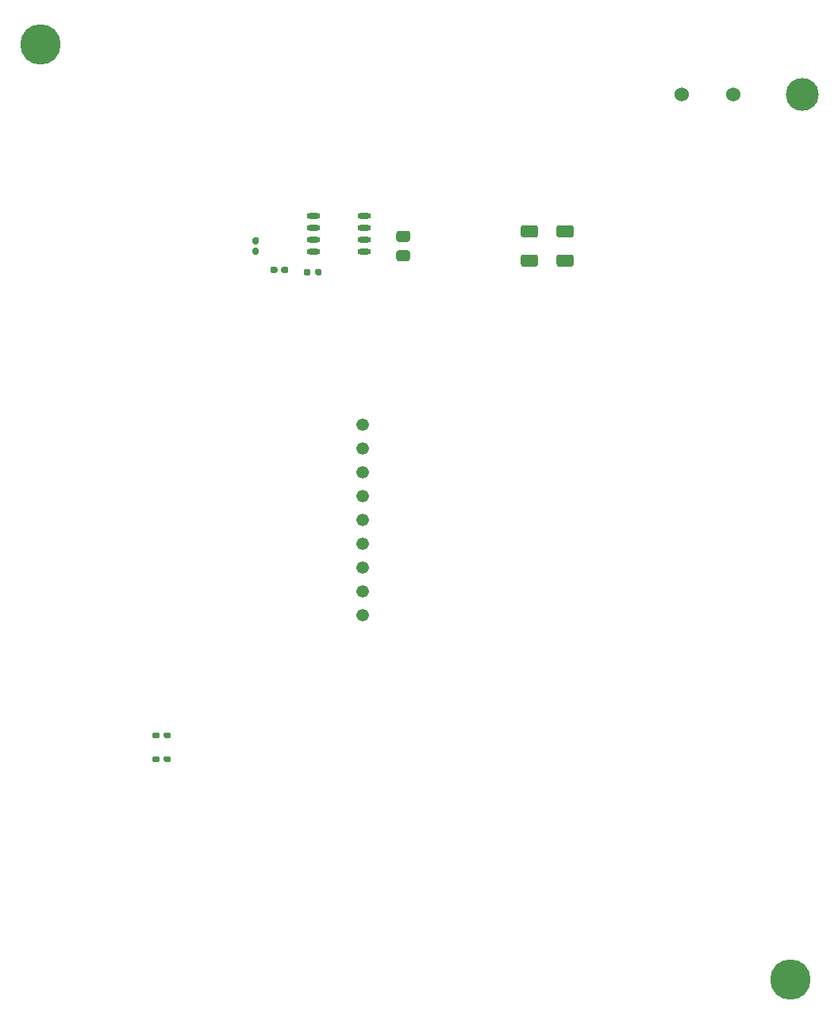
<source format=gbr>
%TF.GenerationSoftware,KiCad,Pcbnew,(5.1.9)-1*%
%TF.CreationDate,2021-03-29T16:21:42+05:30*%
%TF.ProjectId,LightStage,4c696768-7453-4746-9167-652e6b696361,rev?*%
%TF.SameCoordinates,Original*%
%TF.FileFunction,Soldermask,Bot*%
%TF.FilePolarity,Negative*%
%FSLAX46Y46*%
G04 Gerber Fmt 4.6, Leading zero omitted, Abs format (unit mm)*
G04 Created by KiCad (PCBNEW (5.1.9)-1) date 2021-03-29 16:21:42*
%MOMM*%
%LPD*%
G01*
G04 APERTURE LIST*
%ADD10C,4.300000*%
%ADD11C,3.500000*%
%ADD12C,1.524000*%
%ADD13C,1.340000*%
%ADD14O,1.450000X0.599999*%
G04 APERTURE END LIST*
D10*
%TO.C,M2*%
X116205000Y-146050000D03*
%TD*%
%TO.C,M1*%
X36195000Y-46355000D03*
%TD*%
D11*
%TO.C,J2*%
X117475000Y-51689000D03*
D12*
X110172500Y-51689000D03*
X104648000Y-51689000D03*
%TD*%
%TO.C,D1*%
G36*
G01*
X61532000Y-70198000D02*
X61532000Y-70518000D01*
G75*
G02*
X61372000Y-70678000I-160000J0D01*
G01*
X60927000Y-70678000D01*
G75*
G02*
X60767000Y-70518000I0J160000D01*
G01*
X60767000Y-70198000D01*
G75*
G02*
X60927000Y-70038000I160000J0D01*
G01*
X61372000Y-70038000D01*
G75*
G02*
X61532000Y-70198000I0J-160000D01*
G01*
G37*
G36*
G01*
X62677000Y-70198000D02*
X62677000Y-70518000D01*
G75*
G02*
X62517000Y-70678000I-160000J0D01*
G01*
X62072000Y-70678000D01*
G75*
G02*
X61912000Y-70518000I0J160000D01*
G01*
X61912000Y-70198000D01*
G75*
G02*
X62072000Y-70038000I160000J0D01*
G01*
X62517000Y-70038000D01*
G75*
G02*
X62677000Y-70198000I0J-160000D01*
G01*
G37*
%TD*%
D13*
%TO.C,RN1*%
X70612000Y-107188000D03*
X70612000Y-104648000D03*
X70612000Y-102108000D03*
X70612000Y-99568000D03*
X70612000Y-97028000D03*
X70612000Y-94488000D03*
X70612000Y-91948000D03*
X70612000Y-89408000D03*
X70612000Y-86868000D03*
%TD*%
%TO.C,C3*%
G36*
G01*
X89042001Y-66918000D02*
X87741999Y-66918000D01*
G75*
G02*
X87492000Y-66668001I0J249999D01*
G01*
X87492000Y-65842999D01*
G75*
G02*
X87741999Y-65593000I249999J0D01*
G01*
X89042001Y-65593000D01*
G75*
G02*
X89292000Y-65842999I0J-249999D01*
G01*
X89292000Y-66668001D01*
G75*
G02*
X89042001Y-66918000I-249999J0D01*
G01*
G37*
G36*
G01*
X89042001Y-70043000D02*
X87741999Y-70043000D01*
G75*
G02*
X87492000Y-69793001I0J249999D01*
G01*
X87492000Y-68967999D01*
G75*
G02*
X87741999Y-68718000I249999J0D01*
G01*
X89042001Y-68718000D01*
G75*
G02*
X89292000Y-68967999I0J-249999D01*
G01*
X89292000Y-69793001D01*
G75*
G02*
X89042001Y-70043000I-249999J0D01*
G01*
G37*
%TD*%
%TO.C,C2*%
G36*
G01*
X92852001Y-66918000D02*
X91551999Y-66918000D01*
G75*
G02*
X91302000Y-66668001I0J249999D01*
G01*
X91302000Y-65842999D01*
G75*
G02*
X91551999Y-65593000I249999J0D01*
G01*
X92852001Y-65593000D01*
G75*
G02*
X93102000Y-65842999I0J-249999D01*
G01*
X93102000Y-66668001D01*
G75*
G02*
X92852001Y-66918000I-249999J0D01*
G01*
G37*
G36*
G01*
X92852001Y-70043000D02*
X91551999Y-70043000D01*
G75*
G02*
X91302000Y-69793001I0J249999D01*
G01*
X91302000Y-68967999D01*
G75*
G02*
X91551999Y-68718000I249999J0D01*
G01*
X92852001Y-68718000D01*
G75*
G02*
X93102000Y-68967999I0J-249999D01*
G01*
X93102000Y-69793001D01*
G75*
G02*
X92852001Y-70043000I-249999J0D01*
G01*
G37*
%TD*%
%TO.C,C1*%
G36*
G01*
X75405000Y-67368000D02*
X74455000Y-67368000D01*
G75*
G02*
X74205000Y-67118000I0J250000D01*
G01*
X74205000Y-66443000D01*
G75*
G02*
X74455000Y-66193000I250000J0D01*
G01*
X75405000Y-66193000D01*
G75*
G02*
X75655000Y-66443000I0J-250000D01*
G01*
X75655000Y-67118000D01*
G75*
G02*
X75405000Y-67368000I-250000J0D01*
G01*
G37*
G36*
G01*
X75405000Y-69443000D02*
X74455000Y-69443000D01*
G75*
G02*
X74205000Y-69193000I0J250000D01*
G01*
X74205000Y-68518000D01*
G75*
G02*
X74455000Y-68268000I250000J0D01*
G01*
X75405000Y-68268000D01*
G75*
G02*
X75655000Y-68518000I0J-250000D01*
G01*
X75655000Y-69193000D01*
G75*
G02*
X75405000Y-69443000I-250000J0D01*
G01*
G37*
%TD*%
%TO.C,R3*%
G36*
G01*
X49389000Y-120175000D02*
X49389000Y-119855000D01*
G75*
G02*
X49549000Y-119695000I160000J0D01*
G01*
X49944000Y-119695000D01*
G75*
G02*
X50104000Y-119855000I0J-160000D01*
G01*
X50104000Y-120175000D01*
G75*
G02*
X49944000Y-120335000I-160000J0D01*
G01*
X49549000Y-120335000D01*
G75*
G02*
X49389000Y-120175000I0J160000D01*
G01*
G37*
G36*
G01*
X48194000Y-120175000D02*
X48194000Y-119855000D01*
G75*
G02*
X48354000Y-119695000I160000J0D01*
G01*
X48749000Y-119695000D01*
G75*
G02*
X48909000Y-119855000I0J-160000D01*
G01*
X48909000Y-120175000D01*
G75*
G02*
X48749000Y-120335000I-160000J0D01*
G01*
X48354000Y-120335000D01*
G75*
G02*
X48194000Y-120175000I0J160000D01*
G01*
G37*
%TD*%
%TO.C,R2*%
G36*
G01*
X49389000Y-122715000D02*
X49389000Y-122395000D01*
G75*
G02*
X49549000Y-122235000I160000J0D01*
G01*
X49944000Y-122235000D01*
G75*
G02*
X50104000Y-122395000I0J-160000D01*
G01*
X50104000Y-122715000D01*
G75*
G02*
X49944000Y-122875000I-160000J0D01*
G01*
X49549000Y-122875000D01*
G75*
G02*
X49389000Y-122715000I0J160000D01*
G01*
G37*
G36*
G01*
X48194000Y-122715000D02*
X48194000Y-122395000D01*
G75*
G02*
X48354000Y-122235000I160000J0D01*
G01*
X48749000Y-122235000D01*
G75*
G02*
X48909000Y-122395000I0J-160000D01*
G01*
X48909000Y-122715000D01*
G75*
G02*
X48749000Y-122875000I-160000J0D01*
G01*
X48354000Y-122875000D01*
G75*
G02*
X48194000Y-122715000I0J160000D01*
G01*
G37*
%TD*%
%TO.C,R1*%
G36*
G01*
X65518000Y-70772000D02*
X65518000Y-70452000D01*
G75*
G02*
X65678000Y-70292000I160000J0D01*
G01*
X66073000Y-70292000D01*
G75*
G02*
X66233000Y-70452000I0J-160000D01*
G01*
X66233000Y-70772000D01*
G75*
G02*
X66073000Y-70932000I-160000J0D01*
G01*
X65678000Y-70932000D01*
G75*
G02*
X65518000Y-70772000I0J160000D01*
G01*
G37*
G36*
G01*
X64323000Y-70772000D02*
X64323000Y-70452000D01*
G75*
G02*
X64483000Y-70292000I160000J0D01*
G01*
X64878000Y-70292000D01*
G75*
G02*
X65038000Y-70452000I0J-160000D01*
G01*
X65038000Y-70772000D01*
G75*
G02*
X64878000Y-70932000I-160000J0D01*
G01*
X64483000Y-70932000D01*
G75*
G02*
X64323000Y-70772000I0J160000D01*
G01*
G37*
%TD*%
%TO.C,C5*%
G36*
G01*
X59337000Y-67618000D02*
X59027000Y-67618000D01*
G75*
G02*
X58872000Y-67463000I0J155000D01*
G01*
X58872000Y-67038000D01*
G75*
G02*
X59027000Y-66883000I155000J0D01*
G01*
X59337000Y-66883000D01*
G75*
G02*
X59492000Y-67038000I0J-155000D01*
G01*
X59492000Y-67463000D01*
G75*
G02*
X59337000Y-67618000I-155000J0D01*
G01*
G37*
G36*
G01*
X59337000Y-68753000D02*
X59027000Y-68753000D01*
G75*
G02*
X58872000Y-68598000I0J155000D01*
G01*
X58872000Y-68173000D01*
G75*
G02*
X59027000Y-68018000I155000J0D01*
G01*
X59337000Y-68018000D01*
G75*
G02*
X59492000Y-68173000I0J-155000D01*
G01*
X59492000Y-68598000D01*
G75*
G02*
X59337000Y-68753000I-155000J0D01*
G01*
G37*
%TD*%
D14*
%TO.C,U1*%
X70796998Y-68453000D03*
X70796998Y-67183000D03*
X70796998Y-65913000D03*
X70796998Y-64643000D03*
X65346999Y-64643000D03*
X65346999Y-65913000D03*
X65346999Y-67183000D03*
X65346999Y-68453000D03*
%TD*%
M02*

</source>
